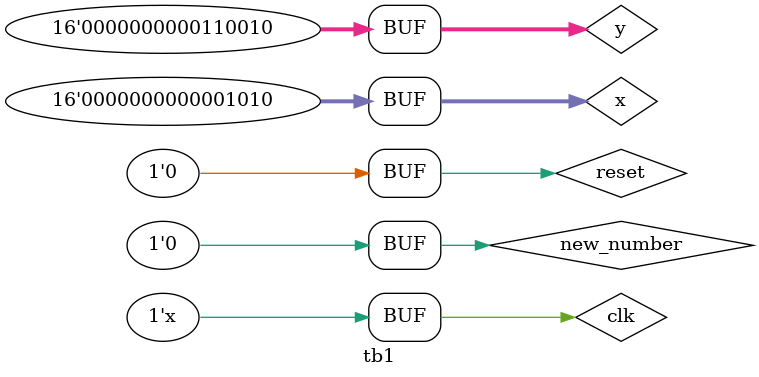
<source format=v>
`timescale 1ns / 1ps


module tb1;

	// Inputs
	reg clk;
	reg new_number;
	reg reset;
	reg [15:0] x;
	reg [15:0] y;

	// Outputs
	wire flag;

	// Instantiate the Unit Under Test (UUT)
	top_module uut (
		.clk(clk), 
		.new_number(new_number), 
		.reset(reset), 
		.x(x), 
		.y(y), 
		.flag(flag)
	);

	initial begin
		// Initialize Inputs
		clk = 0;
		new_number = 0;
		reset = 1;
		x = 0;
		y = 0;

		#300;
		new_number = 1;
		#300;
		new_number = 0;
		reset = 0;
		x = 1;
		y = 5;
		
		#2000;
		new_number = 1;
		#2000;
		new_number = 0;
		
		#3000;
		x = 2;
		y = 10;
		
		#2000;
		new_number = 1;
		#2000;
		new_number = 0;
		
		#3000;
		x = 3;
		y = 17;
		
		#2000;
		new_number = 1;
		#2000;
		new_number = 0;
		
		#3000;
		x = 4;
		y = 20;

		#2000;
		new_number = 1;
		#2000;
		new_number = 0;
		
		#3000;
		x = 5;
		y = 24;
		
		#2000;
		new_number = 1;
		#2000;
		new_number = 0;

		#3000;
		x = 6;
		y = 30;
		
		#2000;
		new_number = 1;
		#2000;
		new_number = 0;
		#3000;

		x = 7;
		y = 35;
		
		#2000;
		new_number = 1;
		#2000;
		new_number = 0;

		#3000;
		x = 8;
		y = 40;
		
		#2000;
		new_number = 1;
		#2000;
		new_number = 0;

		#3000;
		x = 9;
		y = 48;
		
		#2000;
		new_number = 1;
		#2000;
		new_number = 0;

		#3000;
		x = 10;
		y = 50;
		
		#2000;
		new_number = 1;
		#2000;
		new_number = 0;


		// Wait 100 ns for global reset to finish
		#100;
		
		
        
		// Add stimulus here

	end
	
	always #50 clk = ~clk;
      
endmodule

</source>
